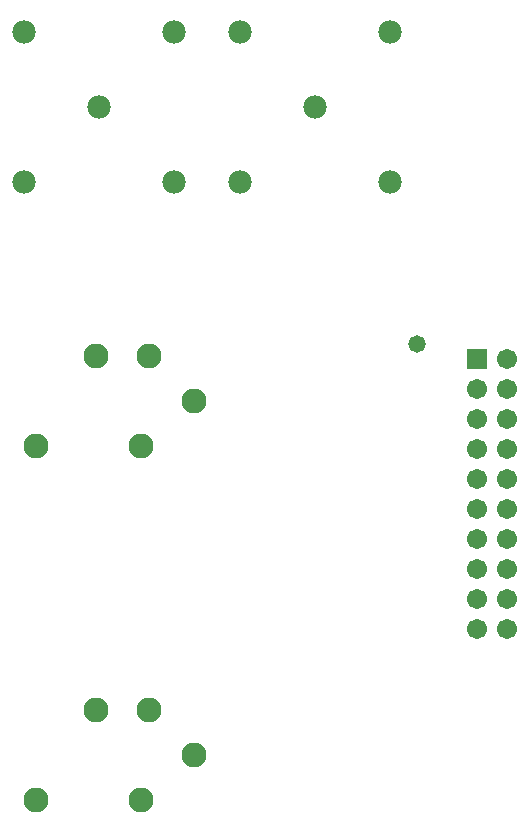
<source format=gbs>
%FSLAX24Y24*%
%MOIN*%
G70*
G01*
G75*
G04 Layer_Color=16711935*
G04 Layer_Color=16711935*
%ADD10R,0.0354X0.0276*%
%ADD11C,0.0160*%
%ADD12C,0.0100*%
%ADD13C,0.0591*%
%ADD14C,0.0750*%
%ADD15C,0.0700*%
%ADD16R,0.0591X0.0591*%
%ADD17C,0.0500*%
%ADD18C,0.0080*%
%ADD19C,0.0079*%
%ADD20C,0.0070*%
%ADD21R,0.0434X0.0356*%
%ADD22C,0.0671*%
%ADD23C,0.0830*%
%ADD24C,0.0780*%
%ADD25R,0.0671X0.0671*%
%ADD26C,0.0580*%
D22*
X37800Y49400D02*
D03*
X36800D02*
D03*
X37800Y50400D02*
D03*
X36800D02*
D03*
X37800Y51400D02*
D03*
X36800D02*
D03*
X37800Y52400D02*
D03*
X36800D02*
D03*
X37800Y53400D02*
D03*
X36800D02*
D03*
X37800Y54400D02*
D03*
X36800D02*
D03*
X37800Y55400D02*
D03*
X36800D02*
D03*
X37800Y56400D02*
D03*
X36800D02*
D03*
X37800Y48400D02*
D03*
X36800D02*
D03*
X37800Y57400D02*
D03*
D23*
X27350Y44200D02*
D03*
X25850Y45700D02*
D03*
X27350Y56000D02*
D03*
X25850Y57500D02*
D03*
X24100Y45700D02*
D03*
X22100Y42700D02*
D03*
X25600D02*
D03*
X24100Y57500D02*
D03*
X22100Y54500D02*
D03*
X25600D02*
D03*
D24*
X24200Y65800D02*
D03*
X31400D02*
D03*
X26700Y63300D02*
D03*
X21700D02*
D03*
Y68300D02*
D03*
X26700D02*
D03*
X33900Y63300D02*
D03*
X28900D02*
D03*
Y68300D02*
D03*
X33900D02*
D03*
D25*
X36800Y57400D02*
D03*
D26*
X34800Y57900D02*
D03*
M02*

</source>
